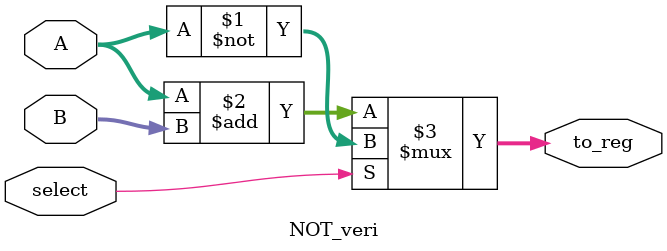
<source format=v>
`timescale 1ns / 1ps


module NOT_veri(output [31:0]to_reg, input [31:0]A, input [31:0]B, input select);
   assign to_reg = (select) ? (~A) : (A + B);
endmodule

</source>
